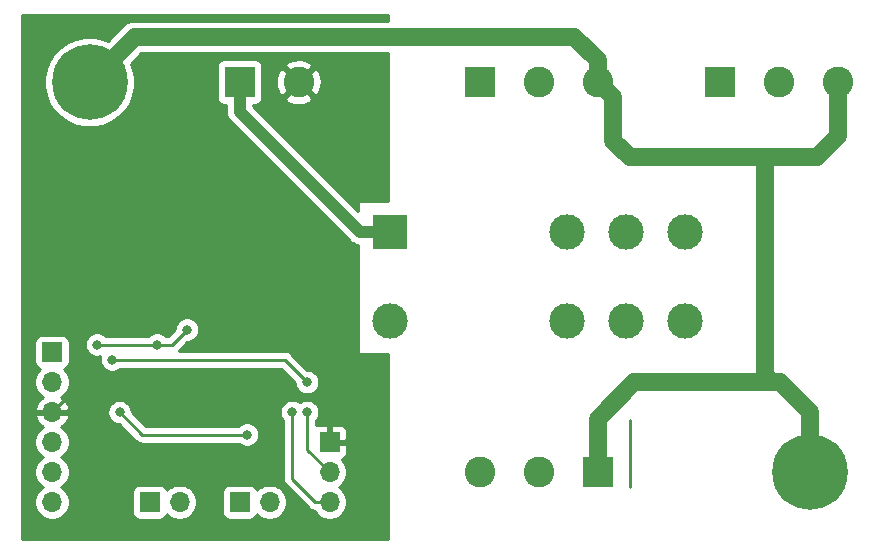
<source format=gbr>
G04 #@! TF.GenerationSoftware,KiCad,Pcbnew,(5.1.5)-3*
G04 #@! TF.CreationDate,2020-09-19T18:20:04+02:00*
G04 #@! TF.ProjectId,PedalCtrl,50656461-6c43-4747-926c-2e6b69636164,v0.0*
G04 #@! TF.SameCoordinates,Original*
G04 #@! TF.FileFunction,Copper,L2,Bot*
G04 #@! TF.FilePolarity,Positive*
%FSLAX46Y46*%
G04 Gerber Fmt 4.6, Leading zero omitted, Abs format (unit mm)*
G04 Created by KiCad (PCBNEW (5.1.5)-3) date 2020-09-19 18:20:04*
%MOMM*%
%LPD*%
G04 APERTURE LIST*
%ADD10C,0.800000*%
%ADD11C,6.400000*%
%ADD12O,1.700000X1.700000*%
%ADD13R,1.700000X1.700000*%
%ADD14C,3.000000*%
%ADD15R,3.000000X3.000000*%
%ADD16C,2.600000*%
%ADD17R,2.600000X2.600000*%
%ADD18C,0.250000*%
%ADD19C,1.000000*%
%ADD20C,1.500000*%
%ADD21C,0.254000*%
G04 APERTURE END LIST*
D10*
X230297056Y-56722944D03*
X228600000Y-56020000D03*
X226902944Y-56722944D03*
X226200000Y-58420000D03*
X226902944Y-60117056D03*
X228600000Y-60820000D03*
X230297056Y-60117056D03*
X231000000Y-58420000D03*
D11*
X228600000Y-58420000D03*
D10*
X169337056Y-23702944D03*
X167640000Y-23000000D03*
X165942944Y-23702944D03*
X165240000Y-25400000D03*
X165942944Y-27097056D03*
X167640000Y-27800000D03*
X169337056Y-27097056D03*
X170040000Y-25400000D03*
D11*
X167640000Y-25400000D03*
D12*
X182880000Y-60960000D03*
D13*
X180340000Y-60960000D03*
D12*
X175260000Y-60960000D03*
D13*
X172720000Y-60960000D03*
D12*
X187960000Y-60960000D03*
X187960000Y-58420000D03*
D13*
X187960000Y-55880000D03*
D14*
X218040000Y-38100000D03*
X213040000Y-45600000D03*
X208040000Y-38100000D03*
X208040000Y-45600000D03*
X218040000Y-45600000D03*
X213040000Y-38100000D03*
X193040000Y-45600000D03*
D15*
X193040000Y-38100000D03*
D16*
X230980000Y-25400000D03*
X225980000Y-25400000D03*
D17*
X220980000Y-25400000D03*
D16*
X200660000Y-58420000D03*
X205660000Y-58420000D03*
D17*
X210660000Y-58420000D03*
D12*
X164465000Y-60960000D03*
X164465000Y-58420000D03*
X164465000Y-55880000D03*
X164465000Y-53340000D03*
X164465000Y-50800000D03*
D13*
X164465000Y-48260000D03*
D16*
X210660000Y-25400000D03*
X205660000Y-25400000D03*
D17*
X200660000Y-25400000D03*
D16*
X185340000Y-25400000D03*
D17*
X180340000Y-25400000D03*
D10*
X172720000Y-53340000D03*
X167005000Y-48895000D03*
X184785000Y-53340000D03*
X186055000Y-53340000D03*
X169545000Y-48895000D03*
X186055000Y-50800000D03*
X180975000Y-55245000D03*
X170180000Y-53340000D03*
X173355000Y-47625000D03*
X168275000Y-47625000D03*
X175895000Y-46355000D03*
D18*
X213360000Y-59690000D02*
X213360000Y-53975000D01*
X165667081Y-53340000D02*
X166937081Y-52070000D01*
X164465000Y-53340000D02*
X165667081Y-53340000D01*
X166937081Y-52070000D02*
X171450000Y-52070000D01*
X171450000Y-52070000D02*
X172720000Y-53340000D01*
X164465000Y-53340000D02*
X167005000Y-50800000D01*
X167005000Y-50800000D02*
X167005000Y-48895000D01*
X186757919Y-60960000D02*
X184785000Y-58987081D01*
X187960000Y-60960000D02*
X186757919Y-60960000D01*
X184785000Y-58987081D02*
X184785000Y-53340000D01*
X186055000Y-56515000D02*
X187960000Y-58420000D01*
X186055000Y-53340000D02*
X186055000Y-56515000D01*
X184150000Y-48895000D02*
X186055000Y-50800000D01*
X169545000Y-48895000D02*
X184150000Y-48895000D01*
X180975000Y-55245000D02*
X172085000Y-55245000D01*
X172085000Y-55245000D02*
X170180000Y-53340000D01*
D19*
X180340000Y-27700000D02*
X180340000Y-25400000D01*
X180340000Y-27900000D02*
X180340000Y-27700000D01*
X190540000Y-38100000D02*
X180340000Y-27900000D01*
X193040000Y-38100000D02*
X190540000Y-38100000D01*
D18*
X173355000Y-47625000D02*
X168275000Y-47625000D01*
X173355000Y-47625000D02*
X174625000Y-47625000D01*
X174625000Y-47625000D02*
X175895000Y-46355000D01*
D20*
X211959999Y-26699999D02*
X211959999Y-30349999D01*
X210660000Y-25400000D02*
X211959999Y-26699999D01*
X211959999Y-30349999D02*
X213360000Y-31750000D01*
X230980000Y-30005000D02*
X230980000Y-25400000D01*
X229235000Y-31750000D02*
X230980000Y-30005000D01*
X224790000Y-31750000D02*
X224790000Y-47090000D01*
X213360000Y-31750000D02*
X224790000Y-31750000D01*
X224790000Y-31750000D02*
X229235000Y-31750000D01*
X208688477Y-21590000D02*
X171450000Y-21590000D01*
X210660000Y-23561523D02*
X208688477Y-21590000D01*
X171450000Y-21590000D02*
X167640000Y-25400000D01*
X210660000Y-25400000D02*
X210660000Y-23561523D01*
X226060000Y-50800000D02*
X228600000Y-53340000D01*
X228600000Y-53340000D02*
X228600000Y-58420000D01*
X222885000Y-50800000D02*
X226060000Y-50800000D01*
X213744706Y-50800000D02*
X222885000Y-50800000D01*
X210660000Y-53884706D02*
X213744706Y-50800000D01*
X210660000Y-58420000D02*
X210660000Y-53884706D01*
X226060000Y-50800000D02*
X225425000Y-50800000D01*
X224790000Y-50165000D02*
X224790000Y-47625000D01*
X225425000Y-50800000D02*
X224790000Y-50165000D01*
X224790000Y-47090000D02*
X224790000Y-47625000D01*
X224790000Y-47625000D02*
X224790000Y-48895000D01*
D21*
G36*
X192913000Y-20205000D02*
G01*
X171518029Y-20205000D01*
X171450000Y-20198300D01*
X171381971Y-20205000D01*
X171381963Y-20205000D01*
X171178493Y-20225040D01*
X170917419Y-20304236D01*
X170676812Y-20432843D01*
X170518766Y-20562548D01*
X170518764Y-20562550D01*
X170465919Y-20605919D01*
X170422550Y-20658764D01*
X169190182Y-21891132D01*
X168758628Y-21712377D01*
X168017715Y-21565000D01*
X167262285Y-21565000D01*
X166521372Y-21712377D01*
X165823446Y-22001467D01*
X165195330Y-22421161D01*
X164661161Y-22955330D01*
X164241467Y-23583446D01*
X163952377Y-24281372D01*
X163805000Y-25022285D01*
X163805000Y-25777715D01*
X163952377Y-26518628D01*
X164241467Y-27216554D01*
X164661161Y-27844670D01*
X165195330Y-28378839D01*
X165823446Y-28798533D01*
X166521372Y-29087623D01*
X167262285Y-29235000D01*
X168017715Y-29235000D01*
X168758628Y-29087623D01*
X169456554Y-28798533D01*
X170084670Y-28378839D01*
X170618839Y-27844670D01*
X171038533Y-27216554D01*
X171327623Y-26518628D01*
X171475000Y-25777715D01*
X171475000Y-25022285D01*
X171327623Y-24281372D01*
X171148868Y-23849818D01*
X172023686Y-22975000D01*
X192913000Y-22975000D01*
X192913000Y-35433000D01*
X190500000Y-35433000D01*
X190475224Y-35435440D01*
X190451399Y-35442667D01*
X190429443Y-35454403D01*
X190410197Y-35470197D01*
X190394403Y-35489443D01*
X190382667Y-35511399D01*
X190375440Y-35535224D01*
X190373000Y-35560000D01*
X190373000Y-36327868D01*
X181475000Y-27429869D01*
X181475000Y-27338072D01*
X181640000Y-27338072D01*
X181764482Y-27325812D01*
X181884180Y-27289502D01*
X181994494Y-27230537D01*
X182091185Y-27151185D01*
X182170537Y-27054494D01*
X182229502Y-26944180D01*
X182265812Y-26824482D01*
X182273224Y-26749224D01*
X184170381Y-26749224D01*
X184302317Y-27044312D01*
X184643045Y-27215159D01*
X185010557Y-27316250D01*
X185390729Y-27343701D01*
X185768951Y-27296457D01*
X186130690Y-27176333D01*
X186377683Y-27044312D01*
X186509619Y-26749224D01*
X185340000Y-25579605D01*
X184170381Y-26749224D01*
X182273224Y-26749224D01*
X182278072Y-26700000D01*
X182278072Y-25450729D01*
X183396299Y-25450729D01*
X183443543Y-25828951D01*
X183563667Y-26190690D01*
X183695688Y-26437683D01*
X183990776Y-26569619D01*
X185160395Y-25400000D01*
X185519605Y-25400000D01*
X186689224Y-26569619D01*
X186984312Y-26437683D01*
X187155159Y-26096955D01*
X187256250Y-25729443D01*
X187283701Y-25349271D01*
X187236457Y-24971049D01*
X187116333Y-24609310D01*
X186984312Y-24362317D01*
X186689224Y-24230381D01*
X185519605Y-25400000D01*
X185160395Y-25400000D01*
X183990776Y-24230381D01*
X183695688Y-24362317D01*
X183524841Y-24703045D01*
X183423750Y-25070557D01*
X183396299Y-25450729D01*
X182278072Y-25450729D01*
X182278072Y-24100000D01*
X182273225Y-24050776D01*
X184170381Y-24050776D01*
X185340000Y-25220395D01*
X186509619Y-24050776D01*
X186377683Y-23755688D01*
X186036955Y-23584841D01*
X185669443Y-23483750D01*
X185289271Y-23456299D01*
X184911049Y-23503543D01*
X184549310Y-23623667D01*
X184302317Y-23755688D01*
X184170381Y-24050776D01*
X182273225Y-24050776D01*
X182265812Y-23975518D01*
X182229502Y-23855820D01*
X182170537Y-23745506D01*
X182091185Y-23648815D01*
X181994494Y-23569463D01*
X181884180Y-23510498D01*
X181764482Y-23474188D01*
X181640000Y-23461928D01*
X179040000Y-23461928D01*
X178915518Y-23474188D01*
X178795820Y-23510498D01*
X178685506Y-23569463D01*
X178588815Y-23648815D01*
X178509463Y-23745506D01*
X178450498Y-23855820D01*
X178414188Y-23975518D01*
X178401928Y-24100000D01*
X178401928Y-26700000D01*
X178414188Y-26824482D01*
X178450498Y-26944180D01*
X178509463Y-27054494D01*
X178588815Y-27151185D01*
X178685506Y-27230537D01*
X178795820Y-27289502D01*
X178915518Y-27325812D01*
X179040000Y-27338072D01*
X179205000Y-27338072D01*
X179205000Y-27844249D01*
X179199509Y-27900000D01*
X179205000Y-27955751D01*
X179221423Y-28122498D01*
X179286324Y-28336446D01*
X179391716Y-28533623D01*
X179533551Y-28706449D01*
X179576865Y-28741996D01*
X189698009Y-38863141D01*
X189733551Y-38906449D01*
X189906377Y-39048284D01*
X190103553Y-39153676D01*
X190317501Y-39218577D01*
X190373000Y-39224043D01*
X190373000Y-48260000D01*
X190375440Y-48284776D01*
X190382667Y-48308601D01*
X190394403Y-48330557D01*
X190410197Y-48349803D01*
X190429443Y-48365597D01*
X190451399Y-48377333D01*
X190475224Y-48384560D01*
X190500000Y-48387000D01*
X192913000Y-48387000D01*
X192913000Y-64110000D01*
X161950000Y-64110000D01*
X161950000Y-55733740D01*
X162980000Y-55733740D01*
X162980000Y-56026260D01*
X163037068Y-56313158D01*
X163149010Y-56583411D01*
X163311525Y-56826632D01*
X163518368Y-57033475D01*
X163692760Y-57150000D01*
X163518368Y-57266525D01*
X163311525Y-57473368D01*
X163149010Y-57716589D01*
X163037068Y-57986842D01*
X162980000Y-58273740D01*
X162980000Y-58566260D01*
X163037068Y-58853158D01*
X163149010Y-59123411D01*
X163311525Y-59366632D01*
X163518368Y-59573475D01*
X163692760Y-59690000D01*
X163518368Y-59806525D01*
X163311525Y-60013368D01*
X163149010Y-60256589D01*
X163037068Y-60526842D01*
X162980000Y-60813740D01*
X162980000Y-61106260D01*
X163037068Y-61393158D01*
X163149010Y-61663411D01*
X163311525Y-61906632D01*
X163518368Y-62113475D01*
X163761589Y-62275990D01*
X164031842Y-62387932D01*
X164318740Y-62445000D01*
X164611260Y-62445000D01*
X164898158Y-62387932D01*
X165168411Y-62275990D01*
X165411632Y-62113475D01*
X165618475Y-61906632D01*
X165780990Y-61663411D01*
X165892932Y-61393158D01*
X165950000Y-61106260D01*
X165950000Y-60813740D01*
X165892932Y-60526842D01*
X165780990Y-60256589D01*
X165683043Y-60110000D01*
X171231928Y-60110000D01*
X171231928Y-61810000D01*
X171244188Y-61934482D01*
X171280498Y-62054180D01*
X171339463Y-62164494D01*
X171418815Y-62261185D01*
X171515506Y-62340537D01*
X171625820Y-62399502D01*
X171745518Y-62435812D01*
X171870000Y-62448072D01*
X173570000Y-62448072D01*
X173694482Y-62435812D01*
X173814180Y-62399502D01*
X173924494Y-62340537D01*
X174021185Y-62261185D01*
X174100537Y-62164494D01*
X174159502Y-62054180D01*
X174181513Y-61981620D01*
X174313368Y-62113475D01*
X174556589Y-62275990D01*
X174826842Y-62387932D01*
X175113740Y-62445000D01*
X175406260Y-62445000D01*
X175693158Y-62387932D01*
X175963411Y-62275990D01*
X176206632Y-62113475D01*
X176413475Y-61906632D01*
X176575990Y-61663411D01*
X176687932Y-61393158D01*
X176745000Y-61106260D01*
X176745000Y-60813740D01*
X176687932Y-60526842D01*
X176575990Y-60256589D01*
X176478043Y-60110000D01*
X178851928Y-60110000D01*
X178851928Y-61810000D01*
X178864188Y-61934482D01*
X178900498Y-62054180D01*
X178959463Y-62164494D01*
X179038815Y-62261185D01*
X179135506Y-62340537D01*
X179245820Y-62399502D01*
X179365518Y-62435812D01*
X179490000Y-62448072D01*
X181190000Y-62448072D01*
X181314482Y-62435812D01*
X181434180Y-62399502D01*
X181544494Y-62340537D01*
X181641185Y-62261185D01*
X181720537Y-62164494D01*
X181779502Y-62054180D01*
X181801513Y-61981620D01*
X181933368Y-62113475D01*
X182176589Y-62275990D01*
X182446842Y-62387932D01*
X182733740Y-62445000D01*
X183026260Y-62445000D01*
X183313158Y-62387932D01*
X183583411Y-62275990D01*
X183826632Y-62113475D01*
X184033475Y-61906632D01*
X184195990Y-61663411D01*
X184307932Y-61393158D01*
X184365000Y-61106260D01*
X184365000Y-60813740D01*
X184307932Y-60526842D01*
X184195990Y-60256589D01*
X184033475Y-60013368D01*
X183826632Y-59806525D01*
X183583411Y-59644010D01*
X183313158Y-59532068D01*
X183026260Y-59475000D01*
X182733740Y-59475000D01*
X182446842Y-59532068D01*
X182176589Y-59644010D01*
X181933368Y-59806525D01*
X181801513Y-59938380D01*
X181779502Y-59865820D01*
X181720537Y-59755506D01*
X181641185Y-59658815D01*
X181544494Y-59579463D01*
X181434180Y-59520498D01*
X181314482Y-59484188D01*
X181190000Y-59471928D01*
X179490000Y-59471928D01*
X179365518Y-59484188D01*
X179245820Y-59520498D01*
X179135506Y-59579463D01*
X179038815Y-59658815D01*
X178959463Y-59755506D01*
X178900498Y-59865820D01*
X178864188Y-59985518D01*
X178851928Y-60110000D01*
X176478043Y-60110000D01*
X176413475Y-60013368D01*
X176206632Y-59806525D01*
X175963411Y-59644010D01*
X175693158Y-59532068D01*
X175406260Y-59475000D01*
X175113740Y-59475000D01*
X174826842Y-59532068D01*
X174556589Y-59644010D01*
X174313368Y-59806525D01*
X174181513Y-59938380D01*
X174159502Y-59865820D01*
X174100537Y-59755506D01*
X174021185Y-59658815D01*
X173924494Y-59579463D01*
X173814180Y-59520498D01*
X173694482Y-59484188D01*
X173570000Y-59471928D01*
X171870000Y-59471928D01*
X171745518Y-59484188D01*
X171625820Y-59520498D01*
X171515506Y-59579463D01*
X171418815Y-59658815D01*
X171339463Y-59755506D01*
X171280498Y-59865820D01*
X171244188Y-59985518D01*
X171231928Y-60110000D01*
X165683043Y-60110000D01*
X165618475Y-60013368D01*
X165411632Y-59806525D01*
X165237240Y-59690000D01*
X165411632Y-59573475D01*
X165618475Y-59366632D01*
X165780990Y-59123411D01*
X165892932Y-58853158D01*
X165950000Y-58566260D01*
X165950000Y-58273740D01*
X165892932Y-57986842D01*
X165780990Y-57716589D01*
X165618475Y-57473368D01*
X165411632Y-57266525D01*
X165237240Y-57150000D01*
X165411632Y-57033475D01*
X165618475Y-56826632D01*
X165780990Y-56583411D01*
X165892932Y-56313158D01*
X165950000Y-56026260D01*
X165950000Y-55733740D01*
X165892932Y-55446842D01*
X165780990Y-55176589D01*
X165618475Y-54933368D01*
X165411632Y-54726525D01*
X165229466Y-54604805D01*
X165346355Y-54535178D01*
X165562588Y-54340269D01*
X165736641Y-54106920D01*
X165861825Y-53844099D01*
X165906476Y-53696890D01*
X165785155Y-53467000D01*
X164592000Y-53467000D01*
X164592000Y-53487000D01*
X164338000Y-53487000D01*
X164338000Y-53467000D01*
X163144845Y-53467000D01*
X163023524Y-53696890D01*
X163068175Y-53844099D01*
X163193359Y-54106920D01*
X163367412Y-54340269D01*
X163583645Y-54535178D01*
X163700534Y-54604805D01*
X163518368Y-54726525D01*
X163311525Y-54933368D01*
X163149010Y-55176589D01*
X163037068Y-55446842D01*
X162980000Y-55733740D01*
X161950000Y-55733740D01*
X161950000Y-53238061D01*
X169145000Y-53238061D01*
X169145000Y-53441939D01*
X169184774Y-53641898D01*
X169262795Y-53830256D01*
X169376063Y-53999774D01*
X169520226Y-54143937D01*
X169689744Y-54257205D01*
X169878102Y-54335226D01*
X170078061Y-54375000D01*
X170140199Y-54375000D01*
X171521201Y-55756003D01*
X171544999Y-55785001D01*
X171660724Y-55879974D01*
X171792753Y-55950546D01*
X171936014Y-55994003D01*
X172047667Y-56005000D01*
X172047677Y-56005000D01*
X172085000Y-56008676D01*
X172122323Y-56005000D01*
X180271289Y-56005000D01*
X180315226Y-56048937D01*
X180484744Y-56162205D01*
X180673102Y-56240226D01*
X180873061Y-56280000D01*
X181076939Y-56280000D01*
X181276898Y-56240226D01*
X181465256Y-56162205D01*
X181634774Y-56048937D01*
X181778937Y-55904774D01*
X181892205Y-55735256D01*
X181970226Y-55546898D01*
X182010000Y-55346939D01*
X182010000Y-55143061D01*
X181970226Y-54943102D01*
X181892205Y-54754744D01*
X181778937Y-54585226D01*
X181634774Y-54441063D01*
X181465256Y-54327795D01*
X181276898Y-54249774D01*
X181076939Y-54210000D01*
X180873061Y-54210000D01*
X180673102Y-54249774D01*
X180484744Y-54327795D01*
X180315226Y-54441063D01*
X180271289Y-54485000D01*
X172399802Y-54485000D01*
X171215000Y-53300199D01*
X171215000Y-53238061D01*
X183750000Y-53238061D01*
X183750000Y-53441939D01*
X183789774Y-53641898D01*
X183867795Y-53830256D01*
X183981063Y-53999774D01*
X184025001Y-54043712D01*
X184025000Y-58949758D01*
X184021324Y-58987081D01*
X184025000Y-59024403D01*
X184025000Y-59024413D01*
X184035997Y-59136066D01*
X184079454Y-59279327D01*
X184150026Y-59411357D01*
X184189871Y-59459907D01*
X184244999Y-59527082D01*
X184274003Y-59550885D01*
X186194120Y-61471003D01*
X186217918Y-61500001D01*
X186333643Y-61594974D01*
X186465672Y-61665546D01*
X186608933Y-61709003D01*
X186679091Y-61715913D01*
X186806525Y-61906632D01*
X187013368Y-62113475D01*
X187256589Y-62275990D01*
X187526842Y-62387932D01*
X187813740Y-62445000D01*
X188106260Y-62445000D01*
X188393158Y-62387932D01*
X188663411Y-62275990D01*
X188906632Y-62113475D01*
X189113475Y-61906632D01*
X189275990Y-61663411D01*
X189387932Y-61393158D01*
X189445000Y-61106260D01*
X189445000Y-60813740D01*
X189387932Y-60526842D01*
X189275990Y-60256589D01*
X189113475Y-60013368D01*
X188906632Y-59806525D01*
X188732240Y-59690000D01*
X188906632Y-59573475D01*
X189113475Y-59366632D01*
X189275990Y-59123411D01*
X189387932Y-58853158D01*
X189445000Y-58566260D01*
X189445000Y-58273740D01*
X189387932Y-57986842D01*
X189275990Y-57716589D01*
X189113475Y-57473368D01*
X188981620Y-57341513D01*
X189054180Y-57319502D01*
X189164494Y-57260537D01*
X189261185Y-57181185D01*
X189340537Y-57084494D01*
X189399502Y-56974180D01*
X189435812Y-56854482D01*
X189448072Y-56730000D01*
X189445000Y-56165750D01*
X189286250Y-56007000D01*
X188087000Y-56007000D01*
X188087000Y-56027000D01*
X187833000Y-56027000D01*
X187833000Y-56007000D01*
X187813000Y-56007000D01*
X187813000Y-55753000D01*
X187833000Y-55753000D01*
X187833000Y-54553750D01*
X188087000Y-54553750D01*
X188087000Y-55753000D01*
X189286250Y-55753000D01*
X189445000Y-55594250D01*
X189448072Y-55030000D01*
X189435812Y-54905518D01*
X189399502Y-54785820D01*
X189340537Y-54675506D01*
X189261185Y-54578815D01*
X189164494Y-54499463D01*
X189054180Y-54440498D01*
X188934482Y-54404188D01*
X188810000Y-54391928D01*
X188245750Y-54395000D01*
X188087000Y-54553750D01*
X187833000Y-54553750D01*
X187674250Y-54395000D01*
X187110000Y-54391928D01*
X186985518Y-54404188D01*
X186865820Y-54440498D01*
X186815000Y-54467662D01*
X186815000Y-54043711D01*
X186858937Y-53999774D01*
X186972205Y-53830256D01*
X187050226Y-53641898D01*
X187090000Y-53441939D01*
X187090000Y-53238061D01*
X187050226Y-53038102D01*
X186972205Y-52849744D01*
X186858937Y-52680226D01*
X186714774Y-52536063D01*
X186545256Y-52422795D01*
X186356898Y-52344774D01*
X186156939Y-52305000D01*
X185953061Y-52305000D01*
X185753102Y-52344774D01*
X185564744Y-52422795D01*
X185420000Y-52519510D01*
X185275256Y-52422795D01*
X185086898Y-52344774D01*
X184886939Y-52305000D01*
X184683061Y-52305000D01*
X184483102Y-52344774D01*
X184294744Y-52422795D01*
X184125226Y-52536063D01*
X183981063Y-52680226D01*
X183867795Y-52849744D01*
X183789774Y-53038102D01*
X183750000Y-53238061D01*
X171215000Y-53238061D01*
X171175226Y-53038102D01*
X171097205Y-52849744D01*
X170983937Y-52680226D01*
X170839774Y-52536063D01*
X170670256Y-52422795D01*
X170481898Y-52344774D01*
X170281939Y-52305000D01*
X170078061Y-52305000D01*
X169878102Y-52344774D01*
X169689744Y-52422795D01*
X169520226Y-52536063D01*
X169376063Y-52680226D01*
X169262795Y-52849744D01*
X169184774Y-53038102D01*
X169145000Y-53238061D01*
X161950000Y-53238061D01*
X161950000Y-47410000D01*
X162976928Y-47410000D01*
X162976928Y-49110000D01*
X162989188Y-49234482D01*
X163025498Y-49354180D01*
X163084463Y-49464494D01*
X163163815Y-49561185D01*
X163260506Y-49640537D01*
X163370820Y-49699502D01*
X163443380Y-49721513D01*
X163311525Y-49853368D01*
X163149010Y-50096589D01*
X163037068Y-50366842D01*
X162980000Y-50653740D01*
X162980000Y-50946260D01*
X163037068Y-51233158D01*
X163149010Y-51503411D01*
X163311525Y-51746632D01*
X163518368Y-51953475D01*
X163700534Y-52075195D01*
X163583645Y-52144822D01*
X163367412Y-52339731D01*
X163193359Y-52573080D01*
X163068175Y-52835901D01*
X163023524Y-52983110D01*
X163144845Y-53213000D01*
X164338000Y-53213000D01*
X164338000Y-53193000D01*
X164592000Y-53193000D01*
X164592000Y-53213000D01*
X165785155Y-53213000D01*
X165906476Y-52983110D01*
X165861825Y-52835901D01*
X165736641Y-52573080D01*
X165562588Y-52339731D01*
X165346355Y-52144822D01*
X165229466Y-52075195D01*
X165411632Y-51953475D01*
X165618475Y-51746632D01*
X165780990Y-51503411D01*
X165892932Y-51233158D01*
X165950000Y-50946260D01*
X165950000Y-50653740D01*
X165892932Y-50366842D01*
X165780990Y-50096589D01*
X165618475Y-49853368D01*
X165486620Y-49721513D01*
X165559180Y-49699502D01*
X165669494Y-49640537D01*
X165766185Y-49561185D01*
X165845537Y-49464494D01*
X165904502Y-49354180D01*
X165940812Y-49234482D01*
X165953072Y-49110000D01*
X165953072Y-47523061D01*
X167240000Y-47523061D01*
X167240000Y-47726939D01*
X167279774Y-47926898D01*
X167357795Y-48115256D01*
X167471063Y-48284774D01*
X167615226Y-48428937D01*
X167784744Y-48542205D01*
X167973102Y-48620226D01*
X168173061Y-48660000D01*
X168376939Y-48660000D01*
X168543039Y-48626961D01*
X168510000Y-48793061D01*
X168510000Y-48996939D01*
X168549774Y-49196898D01*
X168627795Y-49385256D01*
X168741063Y-49554774D01*
X168885226Y-49698937D01*
X169054744Y-49812205D01*
X169243102Y-49890226D01*
X169443061Y-49930000D01*
X169646939Y-49930000D01*
X169846898Y-49890226D01*
X170035256Y-49812205D01*
X170204774Y-49698937D01*
X170248711Y-49655000D01*
X183835199Y-49655000D01*
X185020000Y-50839802D01*
X185020000Y-50901939D01*
X185059774Y-51101898D01*
X185137795Y-51290256D01*
X185251063Y-51459774D01*
X185395226Y-51603937D01*
X185564744Y-51717205D01*
X185753102Y-51795226D01*
X185953061Y-51835000D01*
X186156939Y-51835000D01*
X186356898Y-51795226D01*
X186545256Y-51717205D01*
X186714774Y-51603937D01*
X186858937Y-51459774D01*
X186972205Y-51290256D01*
X187050226Y-51101898D01*
X187090000Y-50901939D01*
X187090000Y-50698061D01*
X187050226Y-50498102D01*
X186972205Y-50309744D01*
X186858937Y-50140226D01*
X186714774Y-49996063D01*
X186545256Y-49882795D01*
X186356898Y-49804774D01*
X186156939Y-49765000D01*
X186094802Y-49765000D01*
X184713804Y-48384003D01*
X184690001Y-48354999D01*
X184574276Y-48260026D01*
X184442247Y-48189454D01*
X184298986Y-48145997D01*
X184187333Y-48135000D01*
X184187322Y-48135000D01*
X184150000Y-48131324D01*
X184112678Y-48135000D01*
X175189801Y-48135000D01*
X175934802Y-47390000D01*
X175996939Y-47390000D01*
X176196898Y-47350226D01*
X176385256Y-47272205D01*
X176554774Y-47158937D01*
X176698937Y-47014774D01*
X176812205Y-46845256D01*
X176890226Y-46656898D01*
X176930000Y-46456939D01*
X176930000Y-46253061D01*
X176890226Y-46053102D01*
X176812205Y-45864744D01*
X176698937Y-45695226D01*
X176554774Y-45551063D01*
X176385256Y-45437795D01*
X176196898Y-45359774D01*
X175996939Y-45320000D01*
X175793061Y-45320000D01*
X175593102Y-45359774D01*
X175404744Y-45437795D01*
X175235226Y-45551063D01*
X175091063Y-45695226D01*
X174977795Y-45864744D01*
X174899774Y-46053102D01*
X174860000Y-46253061D01*
X174860000Y-46315198D01*
X174310199Y-46865000D01*
X174058711Y-46865000D01*
X174014774Y-46821063D01*
X173845256Y-46707795D01*
X173656898Y-46629774D01*
X173456939Y-46590000D01*
X173253061Y-46590000D01*
X173053102Y-46629774D01*
X172864744Y-46707795D01*
X172695226Y-46821063D01*
X172651289Y-46865000D01*
X168978711Y-46865000D01*
X168934774Y-46821063D01*
X168765256Y-46707795D01*
X168576898Y-46629774D01*
X168376939Y-46590000D01*
X168173061Y-46590000D01*
X167973102Y-46629774D01*
X167784744Y-46707795D01*
X167615226Y-46821063D01*
X167471063Y-46965226D01*
X167357795Y-47134744D01*
X167279774Y-47323102D01*
X167240000Y-47523061D01*
X165953072Y-47523061D01*
X165953072Y-47410000D01*
X165940812Y-47285518D01*
X165904502Y-47165820D01*
X165845537Y-47055506D01*
X165766185Y-46958815D01*
X165669494Y-46879463D01*
X165559180Y-46820498D01*
X165439482Y-46784188D01*
X165315000Y-46771928D01*
X163615000Y-46771928D01*
X163490518Y-46784188D01*
X163370820Y-46820498D01*
X163260506Y-46879463D01*
X163163815Y-46958815D01*
X163084463Y-47055506D01*
X163025498Y-47165820D01*
X162989188Y-47285518D01*
X162976928Y-47410000D01*
X161950000Y-47410000D01*
X161950000Y-19710000D01*
X192913000Y-19710000D01*
X192913000Y-20205000D01*
G37*
X192913000Y-20205000D02*
X171518029Y-20205000D01*
X171450000Y-20198300D01*
X171381971Y-20205000D01*
X171381963Y-20205000D01*
X171178493Y-20225040D01*
X170917419Y-20304236D01*
X170676812Y-20432843D01*
X170518766Y-20562548D01*
X170518764Y-20562550D01*
X170465919Y-20605919D01*
X170422550Y-20658764D01*
X169190182Y-21891132D01*
X168758628Y-21712377D01*
X168017715Y-21565000D01*
X167262285Y-21565000D01*
X166521372Y-21712377D01*
X165823446Y-22001467D01*
X165195330Y-22421161D01*
X164661161Y-22955330D01*
X164241467Y-23583446D01*
X163952377Y-24281372D01*
X163805000Y-25022285D01*
X163805000Y-25777715D01*
X163952377Y-26518628D01*
X164241467Y-27216554D01*
X164661161Y-27844670D01*
X165195330Y-28378839D01*
X165823446Y-28798533D01*
X166521372Y-29087623D01*
X167262285Y-29235000D01*
X168017715Y-29235000D01*
X168758628Y-29087623D01*
X169456554Y-28798533D01*
X170084670Y-28378839D01*
X170618839Y-27844670D01*
X171038533Y-27216554D01*
X171327623Y-26518628D01*
X171475000Y-25777715D01*
X171475000Y-25022285D01*
X171327623Y-24281372D01*
X171148868Y-23849818D01*
X172023686Y-22975000D01*
X192913000Y-22975000D01*
X192913000Y-35433000D01*
X190500000Y-35433000D01*
X190475224Y-35435440D01*
X190451399Y-35442667D01*
X190429443Y-35454403D01*
X190410197Y-35470197D01*
X190394403Y-35489443D01*
X190382667Y-35511399D01*
X190375440Y-35535224D01*
X190373000Y-35560000D01*
X190373000Y-36327868D01*
X181475000Y-27429869D01*
X181475000Y-27338072D01*
X181640000Y-27338072D01*
X181764482Y-27325812D01*
X181884180Y-27289502D01*
X181994494Y-27230537D01*
X182091185Y-27151185D01*
X182170537Y-27054494D01*
X182229502Y-26944180D01*
X182265812Y-26824482D01*
X182273224Y-26749224D01*
X184170381Y-26749224D01*
X184302317Y-27044312D01*
X184643045Y-27215159D01*
X185010557Y-27316250D01*
X185390729Y-27343701D01*
X185768951Y-27296457D01*
X186130690Y-27176333D01*
X186377683Y-27044312D01*
X186509619Y-26749224D01*
X185340000Y-25579605D01*
X184170381Y-26749224D01*
X182273224Y-26749224D01*
X182278072Y-26700000D01*
X182278072Y-25450729D01*
X183396299Y-25450729D01*
X183443543Y-25828951D01*
X183563667Y-26190690D01*
X183695688Y-26437683D01*
X183990776Y-26569619D01*
X185160395Y-25400000D01*
X185519605Y-25400000D01*
X186689224Y-26569619D01*
X186984312Y-26437683D01*
X187155159Y-26096955D01*
X187256250Y-25729443D01*
X187283701Y-25349271D01*
X187236457Y-24971049D01*
X187116333Y-24609310D01*
X186984312Y-24362317D01*
X186689224Y-24230381D01*
X185519605Y-25400000D01*
X185160395Y-25400000D01*
X183990776Y-24230381D01*
X183695688Y-24362317D01*
X183524841Y-24703045D01*
X183423750Y-25070557D01*
X183396299Y-25450729D01*
X182278072Y-25450729D01*
X182278072Y-24100000D01*
X182273225Y-24050776D01*
X184170381Y-24050776D01*
X185340000Y-25220395D01*
X186509619Y-24050776D01*
X186377683Y-23755688D01*
X186036955Y-23584841D01*
X185669443Y-23483750D01*
X185289271Y-23456299D01*
X184911049Y-23503543D01*
X184549310Y-23623667D01*
X184302317Y-23755688D01*
X184170381Y-24050776D01*
X182273225Y-24050776D01*
X182265812Y-23975518D01*
X182229502Y-23855820D01*
X182170537Y-23745506D01*
X182091185Y-23648815D01*
X181994494Y-23569463D01*
X181884180Y-23510498D01*
X181764482Y-23474188D01*
X181640000Y-23461928D01*
X179040000Y-23461928D01*
X178915518Y-23474188D01*
X178795820Y-23510498D01*
X178685506Y-23569463D01*
X178588815Y-23648815D01*
X178509463Y-23745506D01*
X178450498Y-23855820D01*
X178414188Y-23975518D01*
X178401928Y-24100000D01*
X178401928Y-26700000D01*
X178414188Y-26824482D01*
X178450498Y-26944180D01*
X178509463Y-27054494D01*
X178588815Y-27151185D01*
X178685506Y-27230537D01*
X178795820Y-27289502D01*
X178915518Y-27325812D01*
X179040000Y-27338072D01*
X179205000Y-27338072D01*
X179205000Y-27844249D01*
X179199509Y-27900000D01*
X179205000Y-27955751D01*
X179221423Y-28122498D01*
X179286324Y-28336446D01*
X179391716Y-28533623D01*
X179533551Y-28706449D01*
X179576865Y-28741996D01*
X189698009Y-38863141D01*
X189733551Y-38906449D01*
X189906377Y-39048284D01*
X190103553Y-39153676D01*
X190317501Y-39218577D01*
X190373000Y-39224043D01*
X190373000Y-48260000D01*
X190375440Y-48284776D01*
X190382667Y-48308601D01*
X190394403Y-48330557D01*
X190410197Y-48349803D01*
X190429443Y-48365597D01*
X190451399Y-48377333D01*
X190475224Y-48384560D01*
X190500000Y-48387000D01*
X192913000Y-48387000D01*
X192913000Y-64110000D01*
X161950000Y-64110000D01*
X161950000Y-55733740D01*
X162980000Y-55733740D01*
X162980000Y-56026260D01*
X163037068Y-56313158D01*
X163149010Y-56583411D01*
X163311525Y-56826632D01*
X163518368Y-57033475D01*
X163692760Y-57150000D01*
X163518368Y-57266525D01*
X163311525Y-57473368D01*
X163149010Y-57716589D01*
X163037068Y-57986842D01*
X162980000Y-58273740D01*
X162980000Y-58566260D01*
X163037068Y-58853158D01*
X163149010Y-59123411D01*
X163311525Y-59366632D01*
X163518368Y-59573475D01*
X163692760Y-59690000D01*
X163518368Y-59806525D01*
X163311525Y-60013368D01*
X163149010Y-60256589D01*
X163037068Y-60526842D01*
X162980000Y-60813740D01*
X162980000Y-61106260D01*
X163037068Y-61393158D01*
X163149010Y-61663411D01*
X163311525Y-61906632D01*
X163518368Y-62113475D01*
X163761589Y-62275990D01*
X164031842Y-62387932D01*
X164318740Y-62445000D01*
X164611260Y-62445000D01*
X164898158Y-62387932D01*
X165168411Y-62275990D01*
X165411632Y-62113475D01*
X165618475Y-61906632D01*
X165780990Y-61663411D01*
X165892932Y-61393158D01*
X165950000Y-61106260D01*
X165950000Y-60813740D01*
X165892932Y-60526842D01*
X165780990Y-60256589D01*
X165683043Y-60110000D01*
X171231928Y-60110000D01*
X171231928Y-61810000D01*
X171244188Y-61934482D01*
X171280498Y-62054180D01*
X171339463Y-62164494D01*
X171418815Y-62261185D01*
X171515506Y-62340537D01*
X171625820Y-62399502D01*
X171745518Y-62435812D01*
X171870000Y-62448072D01*
X173570000Y-62448072D01*
X173694482Y-62435812D01*
X173814180Y-62399502D01*
X173924494Y-62340537D01*
X174021185Y-62261185D01*
X174100537Y-62164494D01*
X174159502Y-62054180D01*
X174181513Y-61981620D01*
X174313368Y-62113475D01*
X174556589Y-62275990D01*
X174826842Y-62387932D01*
X175113740Y-62445000D01*
X175406260Y-62445000D01*
X175693158Y-62387932D01*
X175963411Y-62275990D01*
X176206632Y-62113475D01*
X176413475Y-61906632D01*
X176575990Y-61663411D01*
X176687932Y-61393158D01*
X176745000Y-61106260D01*
X176745000Y-60813740D01*
X176687932Y-60526842D01*
X176575990Y-60256589D01*
X176478043Y-60110000D01*
X178851928Y-60110000D01*
X178851928Y-61810000D01*
X178864188Y-61934482D01*
X178900498Y-62054180D01*
X178959463Y-62164494D01*
X179038815Y-62261185D01*
X179135506Y-62340537D01*
X179245820Y-62399502D01*
X179365518Y-62435812D01*
X179490000Y-62448072D01*
X181190000Y-62448072D01*
X181314482Y-62435812D01*
X181434180Y-62399502D01*
X181544494Y-62340537D01*
X181641185Y-62261185D01*
X181720537Y-62164494D01*
X181779502Y-62054180D01*
X181801513Y-61981620D01*
X181933368Y-62113475D01*
X182176589Y-62275990D01*
X182446842Y-62387932D01*
X182733740Y-62445000D01*
X183026260Y-62445000D01*
X183313158Y-62387932D01*
X183583411Y-62275990D01*
X183826632Y-62113475D01*
X184033475Y-61906632D01*
X184195990Y-61663411D01*
X184307932Y-61393158D01*
X184365000Y-61106260D01*
X184365000Y-60813740D01*
X184307932Y-60526842D01*
X184195990Y-60256589D01*
X184033475Y-60013368D01*
X183826632Y-59806525D01*
X183583411Y-59644010D01*
X183313158Y-59532068D01*
X183026260Y-59475000D01*
X182733740Y-59475000D01*
X182446842Y-59532068D01*
X182176589Y-59644010D01*
X181933368Y-59806525D01*
X181801513Y-59938380D01*
X181779502Y-59865820D01*
X181720537Y-59755506D01*
X181641185Y-59658815D01*
X181544494Y-59579463D01*
X181434180Y-59520498D01*
X181314482Y-59484188D01*
X181190000Y-59471928D01*
X179490000Y-59471928D01*
X179365518Y-59484188D01*
X179245820Y-59520498D01*
X179135506Y-59579463D01*
X179038815Y-59658815D01*
X178959463Y-59755506D01*
X178900498Y-59865820D01*
X178864188Y-59985518D01*
X178851928Y-60110000D01*
X176478043Y-60110000D01*
X176413475Y-60013368D01*
X176206632Y-59806525D01*
X175963411Y-59644010D01*
X175693158Y-59532068D01*
X175406260Y-59475000D01*
X175113740Y-59475000D01*
X174826842Y-59532068D01*
X174556589Y-59644010D01*
X174313368Y-59806525D01*
X174181513Y-59938380D01*
X174159502Y-59865820D01*
X174100537Y-59755506D01*
X174021185Y-59658815D01*
X173924494Y-59579463D01*
X173814180Y-59520498D01*
X173694482Y-59484188D01*
X173570000Y-59471928D01*
X171870000Y-59471928D01*
X171745518Y-59484188D01*
X171625820Y-59520498D01*
X171515506Y-59579463D01*
X171418815Y-59658815D01*
X171339463Y-59755506D01*
X171280498Y-59865820D01*
X171244188Y-59985518D01*
X171231928Y-60110000D01*
X165683043Y-60110000D01*
X165618475Y-60013368D01*
X165411632Y-59806525D01*
X165237240Y-59690000D01*
X165411632Y-59573475D01*
X165618475Y-59366632D01*
X165780990Y-59123411D01*
X165892932Y-58853158D01*
X165950000Y-58566260D01*
X165950000Y-58273740D01*
X165892932Y-57986842D01*
X165780990Y-57716589D01*
X165618475Y-57473368D01*
X165411632Y-57266525D01*
X165237240Y-57150000D01*
X165411632Y-57033475D01*
X165618475Y-56826632D01*
X165780990Y-56583411D01*
X165892932Y-56313158D01*
X165950000Y-56026260D01*
X165950000Y-55733740D01*
X165892932Y-55446842D01*
X165780990Y-55176589D01*
X165618475Y-54933368D01*
X165411632Y-54726525D01*
X165229466Y-54604805D01*
X165346355Y-54535178D01*
X165562588Y-54340269D01*
X165736641Y-54106920D01*
X165861825Y-53844099D01*
X165906476Y-53696890D01*
X165785155Y-53467000D01*
X164592000Y-53467000D01*
X164592000Y-53487000D01*
X164338000Y-53487000D01*
X164338000Y-53467000D01*
X163144845Y-53467000D01*
X163023524Y-53696890D01*
X163068175Y-53844099D01*
X163193359Y-54106920D01*
X163367412Y-54340269D01*
X163583645Y-54535178D01*
X163700534Y-54604805D01*
X163518368Y-54726525D01*
X163311525Y-54933368D01*
X163149010Y-55176589D01*
X163037068Y-55446842D01*
X162980000Y-55733740D01*
X161950000Y-55733740D01*
X161950000Y-53238061D01*
X169145000Y-53238061D01*
X169145000Y-53441939D01*
X169184774Y-53641898D01*
X169262795Y-53830256D01*
X169376063Y-53999774D01*
X169520226Y-54143937D01*
X169689744Y-54257205D01*
X169878102Y-54335226D01*
X170078061Y-54375000D01*
X170140199Y-54375000D01*
X171521201Y-55756003D01*
X171544999Y-55785001D01*
X171660724Y-55879974D01*
X171792753Y-55950546D01*
X171936014Y-55994003D01*
X172047667Y-56005000D01*
X172047677Y-56005000D01*
X172085000Y-56008676D01*
X172122323Y-56005000D01*
X180271289Y-56005000D01*
X180315226Y-56048937D01*
X180484744Y-56162205D01*
X180673102Y-56240226D01*
X180873061Y-56280000D01*
X181076939Y-56280000D01*
X181276898Y-56240226D01*
X181465256Y-56162205D01*
X181634774Y-56048937D01*
X181778937Y-55904774D01*
X181892205Y-55735256D01*
X181970226Y-55546898D01*
X182010000Y-55346939D01*
X182010000Y-55143061D01*
X181970226Y-54943102D01*
X181892205Y-54754744D01*
X181778937Y-54585226D01*
X181634774Y-54441063D01*
X181465256Y-54327795D01*
X181276898Y-54249774D01*
X181076939Y-54210000D01*
X180873061Y-54210000D01*
X180673102Y-54249774D01*
X180484744Y-54327795D01*
X180315226Y-54441063D01*
X180271289Y-54485000D01*
X172399802Y-54485000D01*
X171215000Y-53300199D01*
X171215000Y-53238061D01*
X183750000Y-53238061D01*
X183750000Y-53441939D01*
X183789774Y-53641898D01*
X183867795Y-53830256D01*
X183981063Y-53999774D01*
X184025001Y-54043712D01*
X184025000Y-58949758D01*
X184021324Y-58987081D01*
X184025000Y-59024403D01*
X184025000Y-59024413D01*
X184035997Y-59136066D01*
X184079454Y-59279327D01*
X184150026Y-59411357D01*
X184189871Y-59459907D01*
X184244999Y-59527082D01*
X184274003Y-59550885D01*
X186194120Y-61471003D01*
X186217918Y-61500001D01*
X186333643Y-61594974D01*
X186465672Y-61665546D01*
X186608933Y-61709003D01*
X186679091Y-61715913D01*
X186806525Y-61906632D01*
X187013368Y-62113475D01*
X187256589Y-62275990D01*
X187526842Y-62387932D01*
X187813740Y-62445000D01*
X188106260Y-62445000D01*
X188393158Y-62387932D01*
X188663411Y-62275990D01*
X188906632Y-62113475D01*
X189113475Y-61906632D01*
X189275990Y-61663411D01*
X189387932Y-61393158D01*
X189445000Y-61106260D01*
X189445000Y-60813740D01*
X189387932Y-60526842D01*
X189275990Y-60256589D01*
X189113475Y-60013368D01*
X188906632Y-59806525D01*
X188732240Y-59690000D01*
X188906632Y-59573475D01*
X189113475Y-59366632D01*
X189275990Y-59123411D01*
X189387932Y-58853158D01*
X189445000Y-58566260D01*
X189445000Y-58273740D01*
X189387932Y-57986842D01*
X189275990Y-57716589D01*
X189113475Y-57473368D01*
X188981620Y-57341513D01*
X189054180Y-57319502D01*
X189164494Y-57260537D01*
X189261185Y-57181185D01*
X189340537Y-57084494D01*
X189399502Y-56974180D01*
X189435812Y-56854482D01*
X189448072Y-56730000D01*
X189445000Y-56165750D01*
X189286250Y-56007000D01*
X188087000Y-56007000D01*
X188087000Y-56027000D01*
X187833000Y-56027000D01*
X187833000Y-56007000D01*
X187813000Y-56007000D01*
X187813000Y-55753000D01*
X187833000Y-55753000D01*
X187833000Y-54553750D01*
X188087000Y-54553750D01*
X188087000Y-55753000D01*
X189286250Y-55753000D01*
X189445000Y-55594250D01*
X189448072Y-55030000D01*
X189435812Y-54905518D01*
X189399502Y-54785820D01*
X189340537Y-54675506D01*
X189261185Y-54578815D01*
X189164494Y-54499463D01*
X189054180Y-54440498D01*
X188934482Y-54404188D01*
X188810000Y-54391928D01*
X188245750Y-54395000D01*
X188087000Y-54553750D01*
X187833000Y-54553750D01*
X187674250Y-54395000D01*
X187110000Y-54391928D01*
X186985518Y-54404188D01*
X186865820Y-54440498D01*
X186815000Y-54467662D01*
X186815000Y-54043711D01*
X186858937Y-53999774D01*
X186972205Y-53830256D01*
X187050226Y-53641898D01*
X187090000Y-53441939D01*
X187090000Y-53238061D01*
X187050226Y-53038102D01*
X186972205Y-52849744D01*
X186858937Y-52680226D01*
X186714774Y-52536063D01*
X186545256Y-52422795D01*
X186356898Y-52344774D01*
X186156939Y-52305000D01*
X185953061Y-52305000D01*
X185753102Y-52344774D01*
X185564744Y-52422795D01*
X185420000Y-52519510D01*
X185275256Y-52422795D01*
X185086898Y-52344774D01*
X184886939Y-52305000D01*
X184683061Y-52305000D01*
X184483102Y-52344774D01*
X184294744Y-52422795D01*
X184125226Y-52536063D01*
X183981063Y-52680226D01*
X183867795Y-52849744D01*
X183789774Y-53038102D01*
X183750000Y-53238061D01*
X171215000Y-53238061D01*
X171175226Y-53038102D01*
X171097205Y-52849744D01*
X170983937Y-52680226D01*
X170839774Y-52536063D01*
X170670256Y-52422795D01*
X170481898Y-52344774D01*
X170281939Y-52305000D01*
X170078061Y-52305000D01*
X169878102Y-52344774D01*
X169689744Y-52422795D01*
X169520226Y-52536063D01*
X169376063Y-52680226D01*
X169262795Y-52849744D01*
X169184774Y-53038102D01*
X169145000Y-53238061D01*
X161950000Y-53238061D01*
X161950000Y-47410000D01*
X162976928Y-47410000D01*
X162976928Y-49110000D01*
X162989188Y-49234482D01*
X163025498Y-49354180D01*
X163084463Y-49464494D01*
X163163815Y-49561185D01*
X163260506Y-49640537D01*
X163370820Y-49699502D01*
X163443380Y-49721513D01*
X163311525Y-49853368D01*
X163149010Y-50096589D01*
X163037068Y-50366842D01*
X162980000Y-50653740D01*
X162980000Y-50946260D01*
X163037068Y-51233158D01*
X163149010Y-51503411D01*
X163311525Y-51746632D01*
X163518368Y-51953475D01*
X163700534Y-52075195D01*
X163583645Y-52144822D01*
X163367412Y-52339731D01*
X163193359Y-52573080D01*
X163068175Y-52835901D01*
X163023524Y-52983110D01*
X163144845Y-53213000D01*
X164338000Y-53213000D01*
X164338000Y-53193000D01*
X164592000Y-53193000D01*
X164592000Y-53213000D01*
X165785155Y-53213000D01*
X165906476Y-52983110D01*
X165861825Y-52835901D01*
X165736641Y-52573080D01*
X165562588Y-52339731D01*
X165346355Y-52144822D01*
X165229466Y-52075195D01*
X165411632Y-51953475D01*
X165618475Y-51746632D01*
X165780990Y-51503411D01*
X165892932Y-51233158D01*
X165950000Y-50946260D01*
X165950000Y-50653740D01*
X165892932Y-50366842D01*
X165780990Y-50096589D01*
X165618475Y-49853368D01*
X165486620Y-49721513D01*
X165559180Y-49699502D01*
X165669494Y-49640537D01*
X165766185Y-49561185D01*
X165845537Y-49464494D01*
X165904502Y-49354180D01*
X165940812Y-49234482D01*
X165953072Y-49110000D01*
X165953072Y-47523061D01*
X167240000Y-47523061D01*
X167240000Y-47726939D01*
X167279774Y-47926898D01*
X167357795Y-48115256D01*
X167471063Y-48284774D01*
X167615226Y-48428937D01*
X167784744Y-48542205D01*
X167973102Y-48620226D01*
X168173061Y-48660000D01*
X168376939Y-48660000D01*
X168543039Y-48626961D01*
X168510000Y-48793061D01*
X168510000Y-48996939D01*
X168549774Y-49196898D01*
X168627795Y-49385256D01*
X168741063Y-49554774D01*
X168885226Y-49698937D01*
X169054744Y-49812205D01*
X169243102Y-49890226D01*
X169443061Y-49930000D01*
X169646939Y-49930000D01*
X169846898Y-49890226D01*
X170035256Y-49812205D01*
X170204774Y-49698937D01*
X170248711Y-49655000D01*
X183835199Y-49655000D01*
X185020000Y-50839802D01*
X185020000Y-50901939D01*
X185059774Y-51101898D01*
X185137795Y-51290256D01*
X185251063Y-51459774D01*
X185395226Y-51603937D01*
X185564744Y-51717205D01*
X185753102Y-51795226D01*
X185953061Y-51835000D01*
X186156939Y-51835000D01*
X186356898Y-51795226D01*
X186545256Y-51717205D01*
X186714774Y-51603937D01*
X186858937Y-51459774D01*
X186972205Y-51290256D01*
X187050226Y-51101898D01*
X187090000Y-50901939D01*
X187090000Y-50698061D01*
X187050226Y-50498102D01*
X186972205Y-50309744D01*
X186858937Y-50140226D01*
X186714774Y-49996063D01*
X186545256Y-49882795D01*
X186356898Y-49804774D01*
X186156939Y-49765000D01*
X186094802Y-49765000D01*
X184713804Y-48384003D01*
X184690001Y-48354999D01*
X184574276Y-48260026D01*
X184442247Y-48189454D01*
X184298986Y-48145997D01*
X184187333Y-48135000D01*
X184187322Y-48135000D01*
X184150000Y-48131324D01*
X184112678Y-48135000D01*
X175189801Y-48135000D01*
X175934802Y-47390000D01*
X175996939Y-47390000D01*
X176196898Y-47350226D01*
X176385256Y-47272205D01*
X176554774Y-47158937D01*
X176698937Y-47014774D01*
X176812205Y-46845256D01*
X176890226Y-46656898D01*
X176930000Y-46456939D01*
X176930000Y-46253061D01*
X176890226Y-46053102D01*
X176812205Y-45864744D01*
X176698937Y-45695226D01*
X176554774Y-45551063D01*
X176385256Y-45437795D01*
X176196898Y-45359774D01*
X175996939Y-45320000D01*
X175793061Y-45320000D01*
X175593102Y-45359774D01*
X175404744Y-45437795D01*
X175235226Y-45551063D01*
X175091063Y-45695226D01*
X174977795Y-45864744D01*
X174899774Y-46053102D01*
X174860000Y-46253061D01*
X174860000Y-46315198D01*
X174310199Y-46865000D01*
X174058711Y-46865000D01*
X174014774Y-46821063D01*
X173845256Y-46707795D01*
X173656898Y-46629774D01*
X173456939Y-46590000D01*
X173253061Y-46590000D01*
X173053102Y-46629774D01*
X172864744Y-46707795D01*
X172695226Y-46821063D01*
X172651289Y-46865000D01*
X168978711Y-46865000D01*
X168934774Y-46821063D01*
X168765256Y-46707795D01*
X168576898Y-46629774D01*
X168376939Y-46590000D01*
X168173061Y-46590000D01*
X167973102Y-46629774D01*
X167784744Y-46707795D01*
X167615226Y-46821063D01*
X167471063Y-46965226D01*
X167357795Y-47134744D01*
X167279774Y-47323102D01*
X167240000Y-47523061D01*
X165953072Y-47523061D01*
X165953072Y-47410000D01*
X165940812Y-47285518D01*
X165904502Y-47165820D01*
X165845537Y-47055506D01*
X165766185Y-46958815D01*
X165669494Y-46879463D01*
X165559180Y-46820498D01*
X165439482Y-46784188D01*
X165315000Y-46771928D01*
X163615000Y-46771928D01*
X163490518Y-46784188D01*
X163370820Y-46820498D01*
X163260506Y-46879463D01*
X163163815Y-46958815D01*
X163084463Y-47055506D01*
X163025498Y-47165820D01*
X162989188Y-47285518D01*
X162976928Y-47410000D01*
X161950000Y-47410000D01*
X161950000Y-19710000D01*
X192913000Y-19710000D01*
X192913000Y-20205000D01*
M02*

</source>
